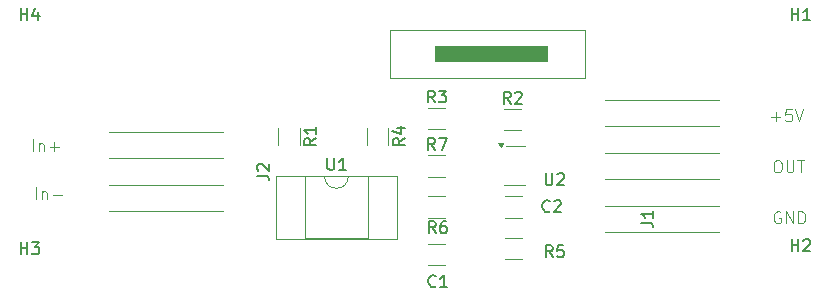
<source format=gbr>
%TF.GenerationSoftware,KiCad,Pcbnew,8.0.7*%
%TF.CreationDate,2025-02-03T10:28:06+01:00*%
%TF.ProjectId,pwmTo_0-5V,70776d54-6f5f-4302-9d35-562e6b696361,rev?*%
%TF.SameCoordinates,Original*%
%TF.FileFunction,Legend,Top*%
%TF.FilePolarity,Positive*%
%FSLAX46Y46*%
G04 Gerber Fmt 4.6, Leading zero omitted, Abs format (unit mm)*
G04 Created by KiCad (PCBNEW 8.0.7) date 2025-02-03 10:28:06*
%MOMM*%
%LPD*%
G01*
G04 APERTURE LIST*
%ADD10C,0.100000*%
%ADD11C,0.150000*%
%ADD12C,0.120000*%
G04 APERTURE END LIST*
D10*
X131392884Y-63637466D02*
X132154789Y-63637466D01*
X131773836Y-64018419D02*
X131773836Y-63256514D01*
X133107169Y-63018419D02*
X132630979Y-63018419D01*
X132630979Y-63018419D02*
X132583360Y-63494609D01*
X132583360Y-63494609D02*
X132630979Y-63446990D01*
X132630979Y-63446990D02*
X132726217Y-63399371D01*
X132726217Y-63399371D02*
X132964312Y-63399371D01*
X132964312Y-63399371D02*
X133059550Y-63446990D01*
X133059550Y-63446990D02*
X133107169Y-63494609D01*
X133107169Y-63494609D02*
X133154788Y-63589847D01*
X133154788Y-63589847D02*
X133154788Y-63827942D01*
X133154788Y-63827942D02*
X133107169Y-63923180D01*
X133107169Y-63923180D02*
X133059550Y-63970800D01*
X133059550Y-63970800D02*
X132964312Y-64018419D01*
X132964312Y-64018419D02*
X132726217Y-64018419D01*
X132726217Y-64018419D02*
X132630979Y-63970800D01*
X132630979Y-63970800D02*
X132583360Y-63923180D01*
X133440503Y-63018419D02*
X133773836Y-64018419D01*
X133773836Y-64018419D02*
X134107169Y-63018419D01*
X132170693Y-71702038D02*
X132075455Y-71654419D01*
X132075455Y-71654419D02*
X131932598Y-71654419D01*
X131932598Y-71654419D02*
X131789741Y-71702038D01*
X131789741Y-71702038D02*
X131694503Y-71797276D01*
X131694503Y-71797276D02*
X131646884Y-71892514D01*
X131646884Y-71892514D02*
X131599265Y-72082990D01*
X131599265Y-72082990D02*
X131599265Y-72225847D01*
X131599265Y-72225847D02*
X131646884Y-72416323D01*
X131646884Y-72416323D02*
X131694503Y-72511561D01*
X131694503Y-72511561D02*
X131789741Y-72606800D01*
X131789741Y-72606800D02*
X131932598Y-72654419D01*
X131932598Y-72654419D02*
X132027836Y-72654419D01*
X132027836Y-72654419D02*
X132170693Y-72606800D01*
X132170693Y-72606800D02*
X132218312Y-72559180D01*
X132218312Y-72559180D02*
X132218312Y-72225847D01*
X132218312Y-72225847D02*
X132027836Y-72225847D01*
X132646884Y-72654419D02*
X132646884Y-71654419D01*
X132646884Y-71654419D02*
X133218312Y-72654419D01*
X133218312Y-72654419D02*
X133218312Y-71654419D01*
X133694503Y-72654419D02*
X133694503Y-71654419D01*
X133694503Y-71654419D02*
X133932598Y-71654419D01*
X133932598Y-71654419D02*
X134075455Y-71702038D01*
X134075455Y-71702038D02*
X134170693Y-71797276D01*
X134170693Y-71797276D02*
X134218312Y-71892514D01*
X134218312Y-71892514D02*
X134265931Y-72082990D01*
X134265931Y-72082990D02*
X134265931Y-72225847D01*
X134265931Y-72225847D02*
X134218312Y-72416323D01*
X134218312Y-72416323D02*
X134170693Y-72511561D01*
X134170693Y-72511561D02*
X134075455Y-72606800D01*
X134075455Y-72606800D02*
X133932598Y-72654419D01*
X133932598Y-72654419D02*
X133694503Y-72654419D01*
X69162884Y-70622419D02*
X69162884Y-69622419D01*
X69639074Y-69955752D02*
X69639074Y-70622419D01*
X69639074Y-70050990D02*
X69686693Y-70003371D01*
X69686693Y-70003371D02*
X69781931Y-69955752D01*
X69781931Y-69955752D02*
X69924788Y-69955752D01*
X69924788Y-69955752D02*
X70020026Y-70003371D01*
X70020026Y-70003371D02*
X70067645Y-70098609D01*
X70067645Y-70098609D02*
X70067645Y-70622419D01*
X70543836Y-70241466D02*
X71305741Y-70241466D01*
X68908884Y-66558419D02*
X68908884Y-65558419D01*
X69385074Y-65891752D02*
X69385074Y-66558419D01*
X69385074Y-65986990D02*
X69432693Y-65939371D01*
X69432693Y-65939371D02*
X69527931Y-65891752D01*
X69527931Y-65891752D02*
X69670788Y-65891752D01*
X69670788Y-65891752D02*
X69766026Y-65939371D01*
X69766026Y-65939371D02*
X69813645Y-66034609D01*
X69813645Y-66034609D02*
X69813645Y-66558419D01*
X70289836Y-66177466D02*
X71051741Y-66177466D01*
X70670788Y-66558419D02*
X70670788Y-65796514D01*
X131837360Y-67336419D02*
X132027836Y-67336419D01*
X132027836Y-67336419D02*
X132123074Y-67384038D01*
X132123074Y-67384038D02*
X132218312Y-67479276D01*
X132218312Y-67479276D02*
X132265931Y-67669752D01*
X132265931Y-67669752D02*
X132265931Y-68003085D01*
X132265931Y-68003085D02*
X132218312Y-68193561D01*
X132218312Y-68193561D02*
X132123074Y-68288800D01*
X132123074Y-68288800D02*
X132027836Y-68336419D01*
X132027836Y-68336419D02*
X131837360Y-68336419D01*
X131837360Y-68336419D02*
X131742122Y-68288800D01*
X131742122Y-68288800D02*
X131646884Y-68193561D01*
X131646884Y-68193561D02*
X131599265Y-68003085D01*
X131599265Y-68003085D02*
X131599265Y-67669752D01*
X131599265Y-67669752D02*
X131646884Y-67479276D01*
X131646884Y-67479276D02*
X131742122Y-67384038D01*
X131742122Y-67384038D02*
X131837360Y-67336419D01*
X132694503Y-67336419D02*
X132694503Y-68145942D01*
X132694503Y-68145942D02*
X132742122Y-68241180D01*
X132742122Y-68241180D02*
X132789741Y-68288800D01*
X132789741Y-68288800D02*
X132884979Y-68336419D01*
X132884979Y-68336419D02*
X133075455Y-68336419D01*
X133075455Y-68336419D02*
X133170693Y-68288800D01*
X133170693Y-68288800D02*
X133218312Y-68241180D01*
X133218312Y-68241180D02*
X133265931Y-68145942D01*
X133265931Y-68145942D02*
X133265931Y-67336419D01*
X133599265Y-67336419D02*
X134170693Y-67336419D01*
X133884979Y-68336419D02*
X133884979Y-67336419D01*
D11*
X102908333Y-66434819D02*
X102575000Y-65958628D01*
X102336905Y-66434819D02*
X102336905Y-65434819D01*
X102336905Y-65434819D02*
X102717857Y-65434819D01*
X102717857Y-65434819D02*
X102813095Y-65482438D01*
X102813095Y-65482438D02*
X102860714Y-65530057D01*
X102860714Y-65530057D02*
X102908333Y-65625295D01*
X102908333Y-65625295D02*
X102908333Y-65768152D01*
X102908333Y-65768152D02*
X102860714Y-65863390D01*
X102860714Y-65863390D02*
X102813095Y-65911009D01*
X102813095Y-65911009D02*
X102717857Y-65958628D01*
X102717857Y-65958628D02*
X102336905Y-65958628D01*
X103241667Y-65434819D02*
X103908333Y-65434819D01*
X103908333Y-65434819D02*
X103479762Y-66434819D01*
X67843095Y-55466819D02*
X67843095Y-54466819D01*
X67843095Y-54943009D02*
X68414523Y-54943009D01*
X68414523Y-55466819D02*
X68414523Y-54466819D01*
X69319285Y-54800152D02*
X69319285Y-55466819D01*
X69081190Y-54419200D02*
X68843095Y-55133485D01*
X68843095Y-55133485D02*
X69462142Y-55133485D01*
X102908333Y-62434819D02*
X102575000Y-61958628D01*
X102336905Y-62434819D02*
X102336905Y-61434819D01*
X102336905Y-61434819D02*
X102717857Y-61434819D01*
X102717857Y-61434819D02*
X102813095Y-61482438D01*
X102813095Y-61482438D02*
X102860714Y-61530057D01*
X102860714Y-61530057D02*
X102908333Y-61625295D01*
X102908333Y-61625295D02*
X102908333Y-61768152D01*
X102908333Y-61768152D02*
X102860714Y-61863390D01*
X102860714Y-61863390D02*
X102813095Y-61911009D01*
X102813095Y-61911009D02*
X102717857Y-61958628D01*
X102717857Y-61958628D02*
X102336905Y-61958628D01*
X103241667Y-61434819D02*
X103860714Y-61434819D01*
X103860714Y-61434819D02*
X103527381Y-61815771D01*
X103527381Y-61815771D02*
X103670238Y-61815771D01*
X103670238Y-61815771D02*
X103765476Y-61863390D01*
X103765476Y-61863390D02*
X103813095Y-61911009D01*
X103813095Y-61911009D02*
X103860714Y-62006247D01*
X103860714Y-62006247D02*
X103860714Y-62244342D01*
X103860714Y-62244342D02*
X103813095Y-62339580D01*
X103813095Y-62339580D02*
X103765476Y-62387200D01*
X103765476Y-62387200D02*
X103670238Y-62434819D01*
X103670238Y-62434819D02*
X103384524Y-62434819D01*
X103384524Y-62434819D02*
X103289286Y-62387200D01*
X103289286Y-62387200D02*
X103241667Y-62339580D01*
X67843095Y-75278819D02*
X67843095Y-74278819D01*
X67843095Y-74755009D02*
X68414523Y-74755009D01*
X68414523Y-75278819D02*
X68414523Y-74278819D01*
X68795476Y-74278819D02*
X69414523Y-74278819D01*
X69414523Y-74278819D02*
X69081190Y-74659771D01*
X69081190Y-74659771D02*
X69224047Y-74659771D01*
X69224047Y-74659771D02*
X69319285Y-74707390D01*
X69319285Y-74707390D02*
X69366904Y-74755009D01*
X69366904Y-74755009D02*
X69414523Y-74850247D01*
X69414523Y-74850247D02*
X69414523Y-75088342D01*
X69414523Y-75088342D02*
X69366904Y-75183580D01*
X69366904Y-75183580D02*
X69319285Y-75231200D01*
X69319285Y-75231200D02*
X69224047Y-75278819D01*
X69224047Y-75278819D02*
X68938333Y-75278819D01*
X68938333Y-75278819D02*
X68843095Y-75231200D01*
X68843095Y-75231200D02*
X68795476Y-75183580D01*
X112888333Y-75522819D02*
X112555000Y-75046628D01*
X112316905Y-75522819D02*
X112316905Y-74522819D01*
X112316905Y-74522819D02*
X112697857Y-74522819D01*
X112697857Y-74522819D02*
X112793095Y-74570438D01*
X112793095Y-74570438D02*
X112840714Y-74618057D01*
X112840714Y-74618057D02*
X112888333Y-74713295D01*
X112888333Y-74713295D02*
X112888333Y-74856152D01*
X112888333Y-74856152D02*
X112840714Y-74951390D01*
X112840714Y-74951390D02*
X112793095Y-74999009D01*
X112793095Y-74999009D02*
X112697857Y-75046628D01*
X112697857Y-75046628D02*
X112316905Y-75046628D01*
X113793095Y-74522819D02*
X113316905Y-74522819D01*
X113316905Y-74522819D02*
X113269286Y-74999009D01*
X113269286Y-74999009D02*
X113316905Y-74951390D01*
X113316905Y-74951390D02*
X113412143Y-74903771D01*
X113412143Y-74903771D02*
X113650238Y-74903771D01*
X113650238Y-74903771D02*
X113745476Y-74951390D01*
X113745476Y-74951390D02*
X113793095Y-74999009D01*
X113793095Y-74999009D02*
X113840714Y-75094247D01*
X113840714Y-75094247D02*
X113840714Y-75332342D01*
X113840714Y-75332342D02*
X113793095Y-75427580D01*
X113793095Y-75427580D02*
X113745476Y-75475200D01*
X113745476Y-75475200D02*
X113650238Y-75522819D01*
X113650238Y-75522819D02*
X113412143Y-75522819D01*
X113412143Y-75522819D02*
X113316905Y-75475200D01*
X113316905Y-75475200D02*
X113269286Y-75427580D01*
X109332333Y-62526819D02*
X108999000Y-62050628D01*
X108760905Y-62526819D02*
X108760905Y-61526819D01*
X108760905Y-61526819D02*
X109141857Y-61526819D01*
X109141857Y-61526819D02*
X109237095Y-61574438D01*
X109237095Y-61574438D02*
X109284714Y-61622057D01*
X109284714Y-61622057D02*
X109332333Y-61717295D01*
X109332333Y-61717295D02*
X109332333Y-61860152D01*
X109332333Y-61860152D02*
X109284714Y-61955390D01*
X109284714Y-61955390D02*
X109237095Y-62003009D01*
X109237095Y-62003009D02*
X109141857Y-62050628D01*
X109141857Y-62050628D02*
X108760905Y-62050628D01*
X109713286Y-61622057D02*
X109760905Y-61574438D01*
X109760905Y-61574438D02*
X109856143Y-61526819D01*
X109856143Y-61526819D02*
X110094238Y-61526819D01*
X110094238Y-61526819D02*
X110189476Y-61574438D01*
X110189476Y-61574438D02*
X110237095Y-61622057D01*
X110237095Y-61622057D02*
X110284714Y-61717295D01*
X110284714Y-61717295D02*
X110284714Y-61812533D01*
X110284714Y-61812533D02*
X110237095Y-61955390D01*
X110237095Y-61955390D02*
X109665667Y-62526819D01*
X109665667Y-62526819D02*
X110284714Y-62526819D01*
X120383819Y-72607333D02*
X121098104Y-72607333D01*
X121098104Y-72607333D02*
X121240961Y-72654952D01*
X121240961Y-72654952D02*
X121336200Y-72750190D01*
X121336200Y-72750190D02*
X121383819Y-72893047D01*
X121383819Y-72893047D02*
X121383819Y-72988285D01*
X121383819Y-71607333D02*
X121383819Y-72178761D01*
X121383819Y-71893047D02*
X120383819Y-71893047D01*
X120383819Y-71893047D02*
X120526676Y-71988285D01*
X120526676Y-71988285D02*
X120621914Y-72083523D01*
X120621914Y-72083523D02*
X120669533Y-72178761D01*
X133121095Y-55466819D02*
X133121095Y-54466819D01*
X133121095Y-54943009D02*
X133692523Y-54943009D01*
X133692523Y-55466819D02*
X133692523Y-54466819D01*
X134692523Y-55466819D02*
X134121095Y-55466819D01*
X134406809Y-55466819D02*
X134406809Y-54466819D01*
X134406809Y-54466819D02*
X134311571Y-54609676D01*
X134311571Y-54609676D02*
X134216333Y-54704914D01*
X134216333Y-54704914D02*
X134121095Y-54752533D01*
X133121095Y-75024819D02*
X133121095Y-74024819D01*
X133121095Y-74501009D02*
X133692523Y-74501009D01*
X133692523Y-75024819D02*
X133692523Y-74024819D01*
X134121095Y-74120057D02*
X134168714Y-74072438D01*
X134168714Y-74072438D02*
X134263952Y-74024819D01*
X134263952Y-74024819D02*
X134502047Y-74024819D01*
X134502047Y-74024819D02*
X134597285Y-74072438D01*
X134597285Y-74072438D02*
X134644904Y-74120057D01*
X134644904Y-74120057D02*
X134692523Y-74215295D01*
X134692523Y-74215295D02*
X134692523Y-74310533D01*
X134692523Y-74310533D02*
X134644904Y-74453390D01*
X134644904Y-74453390D02*
X134073476Y-75024819D01*
X134073476Y-75024819D02*
X134692523Y-75024819D01*
X92849819Y-65466666D02*
X92373628Y-65799999D01*
X92849819Y-66038094D02*
X91849819Y-66038094D01*
X91849819Y-66038094D02*
X91849819Y-65657142D01*
X91849819Y-65657142D02*
X91897438Y-65561904D01*
X91897438Y-65561904D02*
X91945057Y-65514285D01*
X91945057Y-65514285D02*
X92040295Y-65466666D01*
X92040295Y-65466666D02*
X92183152Y-65466666D01*
X92183152Y-65466666D02*
X92278390Y-65514285D01*
X92278390Y-65514285D02*
X92326009Y-65561904D01*
X92326009Y-65561904D02*
X92373628Y-65657142D01*
X92373628Y-65657142D02*
X92373628Y-66038094D01*
X92849819Y-64514285D02*
X92849819Y-65085713D01*
X92849819Y-64799999D02*
X91849819Y-64799999D01*
X91849819Y-64799999D02*
X91992676Y-64895237D01*
X91992676Y-64895237D02*
X92087914Y-64990475D01*
X92087914Y-64990475D02*
X92135533Y-65085713D01*
X112634333Y-71617580D02*
X112586714Y-71665200D01*
X112586714Y-71665200D02*
X112443857Y-71712819D01*
X112443857Y-71712819D02*
X112348619Y-71712819D01*
X112348619Y-71712819D02*
X112205762Y-71665200D01*
X112205762Y-71665200D02*
X112110524Y-71569961D01*
X112110524Y-71569961D02*
X112062905Y-71474723D01*
X112062905Y-71474723D02*
X112015286Y-71284247D01*
X112015286Y-71284247D02*
X112015286Y-71141390D01*
X112015286Y-71141390D02*
X112062905Y-70950914D01*
X112062905Y-70950914D02*
X112110524Y-70855676D01*
X112110524Y-70855676D02*
X112205762Y-70760438D01*
X112205762Y-70760438D02*
X112348619Y-70712819D01*
X112348619Y-70712819D02*
X112443857Y-70712819D01*
X112443857Y-70712819D02*
X112586714Y-70760438D01*
X112586714Y-70760438D02*
X112634333Y-70808057D01*
X113015286Y-70808057D02*
X113062905Y-70760438D01*
X113062905Y-70760438D02*
X113158143Y-70712819D01*
X113158143Y-70712819D02*
X113396238Y-70712819D01*
X113396238Y-70712819D02*
X113491476Y-70760438D01*
X113491476Y-70760438D02*
X113539095Y-70808057D01*
X113539095Y-70808057D02*
X113586714Y-70903295D01*
X113586714Y-70903295D02*
X113586714Y-70998533D01*
X113586714Y-70998533D02*
X113539095Y-71141390D01*
X113539095Y-71141390D02*
X112967667Y-71712819D01*
X112967667Y-71712819D02*
X113586714Y-71712819D01*
X112293095Y-68426819D02*
X112293095Y-69236342D01*
X112293095Y-69236342D02*
X112340714Y-69331580D01*
X112340714Y-69331580D02*
X112388333Y-69379200D01*
X112388333Y-69379200D02*
X112483571Y-69426819D01*
X112483571Y-69426819D02*
X112674047Y-69426819D01*
X112674047Y-69426819D02*
X112769285Y-69379200D01*
X112769285Y-69379200D02*
X112816904Y-69331580D01*
X112816904Y-69331580D02*
X112864523Y-69236342D01*
X112864523Y-69236342D02*
X112864523Y-68426819D01*
X113293095Y-68522057D02*
X113340714Y-68474438D01*
X113340714Y-68474438D02*
X113435952Y-68426819D01*
X113435952Y-68426819D02*
X113674047Y-68426819D01*
X113674047Y-68426819D02*
X113769285Y-68474438D01*
X113769285Y-68474438D02*
X113816904Y-68522057D01*
X113816904Y-68522057D02*
X113864523Y-68617295D01*
X113864523Y-68617295D02*
X113864523Y-68712533D01*
X113864523Y-68712533D02*
X113816904Y-68855390D01*
X113816904Y-68855390D02*
X113245476Y-69426819D01*
X113245476Y-69426819D02*
X113864523Y-69426819D01*
X102982333Y-73490819D02*
X102649000Y-73014628D01*
X102410905Y-73490819D02*
X102410905Y-72490819D01*
X102410905Y-72490819D02*
X102791857Y-72490819D01*
X102791857Y-72490819D02*
X102887095Y-72538438D01*
X102887095Y-72538438D02*
X102934714Y-72586057D01*
X102934714Y-72586057D02*
X102982333Y-72681295D01*
X102982333Y-72681295D02*
X102982333Y-72824152D01*
X102982333Y-72824152D02*
X102934714Y-72919390D01*
X102934714Y-72919390D02*
X102887095Y-72967009D01*
X102887095Y-72967009D02*
X102791857Y-73014628D01*
X102791857Y-73014628D02*
X102410905Y-73014628D01*
X103839476Y-72490819D02*
X103649000Y-72490819D01*
X103649000Y-72490819D02*
X103553762Y-72538438D01*
X103553762Y-72538438D02*
X103506143Y-72586057D01*
X103506143Y-72586057D02*
X103410905Y-72728914D01*
X103410905Y-72728914D02*
X103363286Y-72919390D01*
X103363286Y-72919390D02*
X103363286Y-73300342D01*
X103363286Y-73300342D02*
X103410905Y-73395580D01*
X103410905Y-73395580D02*
X103458524Y-73443200D01*
X103458524Y-73443200D02*
X103553762Y-73490819D01*
X103553762Y-73490819D02*
X103744238Y-73490819D01*
X103744238Y-73490819D02*
X103839476Y-73443200D01*
X103839476Y-73443200D02*
X103887095Y-73395580D01*
X103887095Y-73395580D02*
X103934714Y-73300342D01*
X103934714Y-73300342D02*
X103934714Y-73062247D01*
X103934714Y-73062247D02*
X103887095Y-72967009D01*
X103887095Y-72967009D02*
X103839476Y-72919390D01*
X103839476Y-72919390D02*
X103744238Y-72871771D01*
X103744238Y-72871771D02*
X103553762Y-72871771D01*
X103553762Y-72871771D02*
X103458524Y-72919390D01*
X103458524Y-72919390D02*
X103410905Y-72967009D01*
X103410905Y-72967009D02*
X103363286Y-73062247D01*
X93813095Y-67154819D02*
X93813095Y-67964342D01*
X93813095Y-67964342D02*
X93860714Y-68059580D01*
X93860714Y-68059580D02*
X93908333Y-68107200D01*
X93908333Y-68107200D02*
X94003571Y-68154819D01*
X94003571Y-68154819D02*
X94194047Y-68154819D01*
X94194047Y-68154819D02*
X94289285Y-68107200D01*
X94289285Y-68107200D02*
X94336904Y-68059580D01*
X94336904Y-68059580D02*
X94384523Y-67964342D01*
X94384523Y-67964342D02*
X94384523Y-67154819D01*
X95384523Y-68154819D02*
X94813095Y-68154819D01*
X95098809Y-68154819D02*
X95098809Y-67154819D01*
X95098809Y-67154819D02*
X95003571Y-67297676D01*
X95003571Y-67297676D02*
X94908333Y-67392914D01*
X94908333Y-67392914D02*
X94813095Y-67440533D01*
X102982333Y-77967580D02*
X102934714Y-78015200D01*
X102934714Y-78015200D02*
X102791857Y-78062819D01*
X102791857Y-78062819D02*
X102696619Y-78062819D01*
X102696619Y-78062819D02*
X102553762Y-78015200D01*
X102553762Y-78015200D02*
X102458524Y-77919961D01*
X102458524Y-77919961D02*
X102410905Y-77824723D01*
X102410905Y-77824723D02*
X102363286Y-77634247D01*
X102363286Y-77634247D02*
X102363286Y-77491390D01*
X102363286Y-77491390D02*
X102410905Y-77300914D01*
X102410905Y-77300914D02*
X102458524Y-77205676D01*
X102458524Y-77205676D02*
X102553762Y-77110438D01*
X102553762Y-77110438D02*
X102696619Y-77062819D01*
X102696619Y-77062819D02*
X102791857Y-77062819D01*
X102791857Y-77062819D02*
X102934714Y-77110438D01*
X102934714Y-77110438D02*
X102982333Y-77158057D01*
X103934714Y-78062819D02*
X103363286Y-78062819D01*
X103649000Y-78062819D02*
X103649000Y-77062819D01*
X103649000Y-77062819D02*
X103553762Y-77205676D01*
X103553762Y-77205676D02*
X103458524Y-77300914D01*
X103458524Y-77300914D02*
X103363286Y-77348533D01*
X87854819Y-68633333D02*
X88569104Y-68633333D01*
X88569104Y-68633333D02*
X88711961Y-68680952D01*
X88711961Y-68680952D02*
X88807200Y-68776190D01*
X88807200Y-68776190D02*
X88854819Y-68919047D01*
X88854819Y-68919047D02*
X88854819Y-69014285D01*
X87950057Y-68204761D02*
X87902438Y-68157142D01*
X87902438Y-68157142D02*
X87854819Y-68061904D01*
X87854819Y-68061904D02*
X87854819Y-67823809D01*
X87854819Y-67823809D02*
X87902438Y-67728571D01*
X87902438Y-67728571D02*
X87950057Y-67680952D01*
X87950057Y-67680952D02*
X88045295Y-67633333D01*
X88045295Y-67633333D02*
X88140533Y-67633333D01*
X88140533Y-67633333D02*
X88283390Y-67680952D01*
X88283390Y-67680952D02*
X88854819Y-68252380D01*
X88854819Y-68252380D02*
X88854819Y-67633333D01*
X100349819Y-65466666D02*
X99873628Y-65799999D01*
X100349819Y-66038094D02*
X99349819Y-66038094D01*
X99349819Y-66038094D02*
X99349819Y-65657142D01*
X99349819Y-65657142D02*
X99397438Y-65561904D01*
X99397438Y-65561904D02*
X99445057Y-65514285D01*
X99445057Y-65514285D02*
X99540295Y-65466666D01*
X99540295Y-65466666D02*
X99683152Y-65466666D01*
X99683152Y-65466666D02*
X99778390Y-65514285D01*
X99778390Y-65514285D02*
X99826009Y-65561904D01*
X99826009Y-65561904D02*
X99873628Y-65657142D01*
X99873628Y-65657142D02*
X99873628Y-66038094D01*
X99683152Y-64609523D02*
X100349819Y-64609523D01*
X99302200Y-64847618D02*
X100016485Y-65085713D01*
X100016485Y-65085713D02*
X100016485Y-64466666D01*
D12*
%TO.C,R7*%
X102347936Y-66890000D02*
X103802064Y-66890000D01*
X102347936Y-68710000D02*
X103802064Y-68710000D01*
%TO.C,R3*%
X102347936Y-62890000D02*
X103802064Y-62890000D01*
X102347936Y-64710000D02*
X103802064Y-64710000D01*
%TO.C,R5*%
X108847936Y-73890000D02*
X110302064Y-73890000D01*
X108847936Y-75710000D02*
X110302064Y-75710000D01*
%TO.C,R2*%
X108771936Y-62982000D02*
X110226064Y-62982000D01*
X108771936Y-64802000D02*
X110226064Y-64802000D01*
%TO.C,J1*%
X117335000Y-62190000D02*
X126965000Y-62190000D01*
X117335000Y-64410000D02*
X126965000Y-64410000D01*
X117335000Y-66690000D02*
X126965000Y-66690000D01*
X117335000Y-68910000D02*
X126965000Y-68910000D01*
X117335000Y-71190000D02*
X126965000Y-71190000D01*
X117335000Y-73410000D02*
X126965000Y-73410000D01*
%TO.C,JP1*%
X99085000Y-56272000D02*
X115595000Y-56272000D01*
X99085000Y-60336000D02*
X99085000Y-56272000D01*
X115595000Y-56272000D02*
X115595000Y-60336000D01*
X115595000Y-60336000D02*
X99085000Y-60336000D01*
D10*
X112420000Y-58939000D02*
X102895000Y-58939000D01*
X102895000Y-57669000D01*
X112420000Y-57669000D01*
X112420000Y-58939000D01*
G36*
X112420000Y-58939000D02*
G01*
X102895000Y-58939000D01*
X102895000Y-57669000D01*
X112420000Y-57669000D01*
X112420000Y-58939000D01*
G37*
D12*
%TO.C,R1*%
X89665000Y-64572936D02*
X89665000Y-66027064D01*
X91485000Y-64572936D02*
X91485000Y-66027064D01*
%TO.C,C2*%
X108863748Y-70390000D02*
X110286252Y-70390000D01*
X108863748Y-72210000D02*
X110286252Y-72210000D01*
%TO.C,U2*%
X108773000Y-69378000D02*
X110573000Y-69378000D01*
X109773000Y-66158000D02*
X108973000Y-66158000D01*
X109773000Y-66158000D02*
X110573000Y-66158000D01*
X108473000Y-66208000D02*
X108233000Y-65878000D01*
X108713000Y-65878000D01*
X108473000Y-66208000D01*
G36*
X108473000Y-66208000D02*
G01*
X108233000Y-65878000D01*
X108713000Y-65878000D01*
X108473000Y-66208000D01*
G37*
%TO.C,R6*%
X102347936Y-70390000D02*
X103802064Y-70390000D01*
X102347936Y-72210000D02*
X103802064Y-72210000D01*
%TO.C,U1*%
X89435000Y-68640000D02*
X89435000Y-73960000D01*
X89435000Y-73960000D02*
X99715000Y-73960000D01*
X91925000Y-68700000D02*
X91925000Y-73900000D01*
X91925000Y-73900000D02*
X97225000Y-73900000D01*
X93575000Y-68700000D02*
X91925000Y-68700000D01*
X97225000Y-68700000D02*
X95575000Y-68700000D01*
X97225000Y-73900000D02*
X97225000Y-68700000D01*
X99715000Y-68640000D02*
X89435000Y-68640000D01*
X99715000Y-73960000D02*
X99715000Y-68640000D01*
X95575000Y-68700000D02*
G75*
G02*
X93575000Y-68700000I-1000000J0D01*
G01*
%TO.C,C1*%
X102363748Y-74390000D02*
X103786252Y-74390000D01*
X102363748Y-76210000D02*
X103786252Y-76210000D01*
%TO.C,J2*%
X84940000Y-64940000D02*
X75310000Y-64940000D01*
X84940000Y-67160000D02*
X75310000Y-67160000D01*
X84940000Y-69440000D02*
X75310000Y-69440000D01*
X84940000Y-71660000D02*
X75310000Y-71660000D01*
%TO.C,R4*%
X97165000Y-64572936D02*
X97165000Y-66027064D01*
X98985000Y-64572936D02*
X98985000Y-66027064D01*
%TD*%
M02*

</source>
